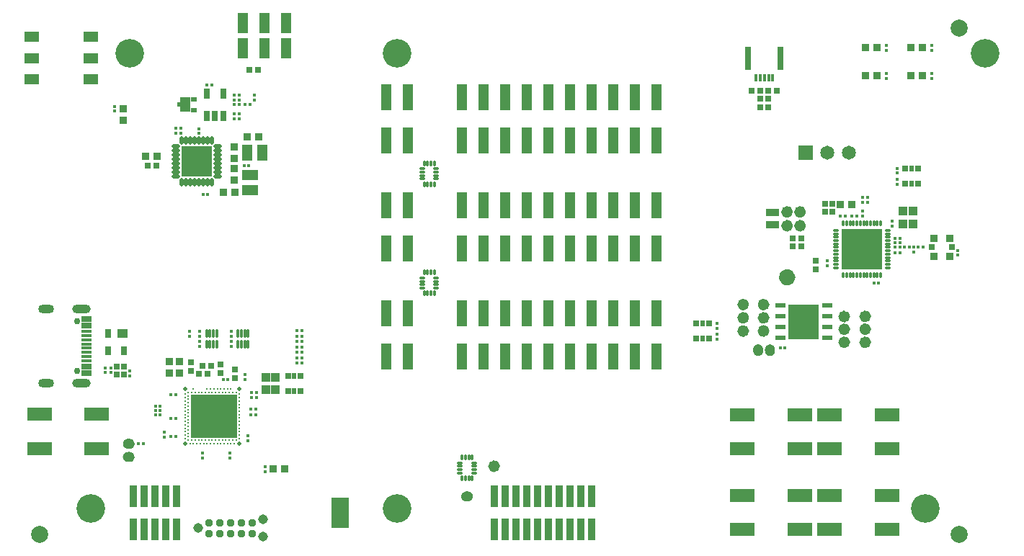
<source format=gts>
G04*
G04 #@! TF.GenerationSoftware,Altium Limited,Altium Designer,24.6.1 (21)*
G04*
G04 Layer_Color=8388736*
%FSLAX24Y24*%
%MOIN*%
G70*
G04*
G04 #@! TF.SameCoordinates,91F66E80-D4C5-4370-B577-81E2DE0E6F9A*
G04*
G04*
G04 #@! TF.FilePolarity,Negative*
G04*
G01*
G75*
%ADD70C,0.0240*%
%ADD71C,0.0551*%
%ADD72R,0.0472X0.0079*%
%ADD73R,0.0079X0.0472*%
%ADD74R,0.0166X0.0178*%
%ADD75R,0.0146X0.0157*%
%ADD76R,0.0395X0.0434*%
%ADD77R,0.0611X0.0355*%
%ADD78O,0.0178X0.0395*%
%ADD79O,0.0395X0.0178*%
%ADD80R,0.1438X0.1438*%
%ADD81R,0.0513X0.0237*%
%ADD82R,0.1399X0.1635*%
%ADD83O,0.0158X0.0395*%
%ADD84O,0.0287X0.0118*%
%ADD85O,0.0118X0.0287*%
%ADD86R,0.0296X0.0454*%
%ADD87C,0.0189*%
%ADD88C,0.0120*%
%ADD89R,0.2157X0.2000*%
%ADD90O,0.0295X0.0118*%
%ADD91O,0.0118X0.0295*%
%ADD92R,0.1910X0.1910*%
%ADD93R,0.0788X0.1418*%
%ADD94R,0.1143X0.0611*%
%ADD95R,0.0651X0.0454*%
%ADD96C,0.0139*%
%ADD97R,0.0178X0.0166*%
%ADD98R,0.0276X0.0256*%
%ADD99R,0.0256X0.0276*%
%ADD100R,0.0493X0.0690*%
%ADD101R,0.0257X0.0217*%
%ADD102R,0.0296X0.0296*%
%ADD103R,0.0217X0.0296*%
%ADD104R,0.0460X0.1190*%
%ADD105R,0.0359X0.1005*%
%ADD106R,0.0462X0.0922*%
%ADD107R,0.0360X0.0380*%
%ADD108R,0.0505X0.0777*%
%ADD109R,0.0777X0.0505*%
%ADD110R,0.0355X0.0375*%
%ADD111R,0.0296X0.1084*%
%ADD112R,0.0157X0.0354*%
%ADD113C,0.0370*%
%ADD114R,0.0375X0.0355*%
%ADD115R,0.0288X0.0257*%
%ADD116C,0.0787*%
%ADD117R,0.0257X0.0316*%
%ADD118R,0.0454X0.0395*%
%ADD119R,0.0296X0.0395*%
%ADD120R,0.0157X0.0146*%
%ADD121R,0.0375X0.0355*%
%ADD122R,0.0257X0.0296*%
%ADD123R,0.0296X0.0257*%
%ADD124R,0.0509X0.0296*%
%ADD125R,0.0509X0.0178*%
%ADD126R,0.0217X0.0217*%
%ADD127C,0.0651*%
%ADD128R,0.0651X0.0651*%
%ADD129C,0.0450*%
%ADD130C,0.0296*%
%ADD131O,0.0729X0.0414*%
%ADD132O,0.0847X0.0414*%
%ADD133C,0.1320*%
G36*
X4835Y4590D02*
X4836Y4590D01*
X4837Y4590D01*
X4837Y4590D01*
X4839Y4590D01*
X4841Y4590D01*
X4854Y4586D01*
X4856Y4586D01*
X4858Y4585D01*
X4858Y4585D01*
X4858Y4585D01*
X4860Y4584D01*
X4862Y4583D01*
X4862Y4583D01*
X4863Y4582D01*
X4864Y4581D01*
X4866Y4580D01*
X4876Y4572D01*
X4877Y4570D01*
X4879Y4569D01*
X4879Y4569D01*
X4879Y4568D01*
X4880Y4567D01*
X4882Y4565D01*
X4882Y4565D01*
X4882Y4564D01*
X4883Y4563D01*
X4884Y4561D01*
X4890Y4549D01*
X4890Y4547D01*
X4891Y4546D01*
X4891Y4545D01*
X4891Y4545D01*
X4892Y4543D01*
X4892Y4541D01*
X4892Y4541D01*
X4892Y4540D01*
X4892Y4538D01*
X4892Y4536D01*
X4892Y4530D01*
X4892Y4202D01*
X4892Y4202D01*
X4892Y4195D01*
X4892Y4193D01*
X4892Y4191D01*
X4892Y4191D01*
X4892Y4190D01*
X4892Y4188D01*
X4891Y4187D01*
X4891Y4186D01*
X4891Y4186D01*
X4890Y4184D01*
X4890Y4182D01*
X4884Y4170D01*
X4883Y4168D01*
X4882Y4167D01*
X4882Y4166D01*
X4882Y4166D01*
X4880Y4164D01*
X4879Y4163D01*
X4879Y4163D01*
X4879Y4162D01*
X4877Y4161D01*
X4876Y4160D01*
X4866Y4151D01*
X4864Y4150D01*
X4863Y4149D01*
X4862Y4149D01*
X4862Y4148D01*
X4860Y4147D01*
X4858Y4147D01*
X4858Y4146D01*
X4858Y4146D01*
X4856Y4146D01*
X4854Y4145D01*
X4841Y4142D01*
X4839Y4141D01*
X4837Y4141D01*
X4837Y4141D01*
X4836Y4141D01*
X4835Y4141D01*
X4833Y4141D01*
X4832Y4141D01*
X4832Y4141D01*
X4830Y4141D01*
X4828Y4141D01*
X4821Y4142D01*
X4821D01*
X4805Y4145D01*
X4804Y4146D01*
X4804Y4146D01*
X4802Y4146D01*
X4800Y4147D01*
X4800Y4147D01*
X4800Y4147D01*
X4767Y4159D01*
X4767Y4159D01*
X4767Y4159D01*
X4765Y4160D01*
X4763Y4161D01*
X4763Y4161D01*
X4763Y4161D01*
X4733Y4178D01*
X4733Y4178D01*
X4733Y4179D01*
X4731Y4180D01*
X4729Y4181D01*
X4729Y4181D01*
X4729Y4181D01*
X4703Y4203D01*
X4702Y4204D01*
X4702Y4204D01*
X4701Y4205D01*
X4699Y4207D01*
X4699Y4207D01*
X4699Y4207D01*
X4677Y4233D01*
X4677Y4234D01*
X4677Y4234D01*
X4675Y4236D01*
X4674Y4237D01*
X4674Y4238D01*
X4674Y4238D01*
X4657Y4267D01*
X4657Y4268D01*
X4657Y4268D01*
X4656Y4270D01*
X4655Y4272D01*
X4655Y4272D01*
X4655Y4272D01*
X4643Y4304D01*
X4643Y4305D01*
X4643Y4305D01*
X4642Y4307D01*
X4642Y4309D01*
X4642Y4309D01*
X4642Y4309D01*
X4636Y4343D01*
X4636Y4344D01*
X4636Y4344D01*
X4636Y4346D01*
X4635Y4348D01*
X4635Y4348D01*
X4635Y4348D01*
X4635Y4366D01*
X4635Y4383D01*
X4635Y4383D01*
X4635Y4383D01*
X4636Y4385D01*
X4636Y4387D01*
X4636Y4388D01*
X4636Y4388D01*
X4642Y4422D01*
X4642Y4422D01*
X4642Y4422D01*
X4642Y4424D01*
X4643Y4426D01*
X4643Y4426D01*
X4643Y4427D01*
X4655Y4459D01*
X4655Y4459D01*
X4655Y4459D01*
X4656Y4461D01*
X4657Y4463D01*
X4657Y4463D01*
X4657Y4464D01*
X4674Y4493D01*
X4674Y4494D01*
X4674Y4494D01*
X4675Y4496D01*
X4677Y4497D01*
X4677Y4498D01*
X4677Y4498D01*
X4699Y4524D01*
X4699Y4524D01*
X4699Y4524D01*
X4701Y4526D01*
X4702Y4527D01*
X4702Y4528D01*
X4703Y4528D01*
X4729Y4550D01*
X4729Y4550D01*
X4729Y4550D01*
X4731Y4551D01*
X4733Y4553D01*
X4733Y4553D01*
X4733Y4553D01*
X4763Y4570D01*
X4763Y4570D01*
X4763Y4570D01*
X4765Y4571D01*
X4767Y4572D01*
X4767Y4572D01*
X4767Y4572D01*
X4800Y4584D01*
X4800Y4584D01*
X4800Y4585D01*
X4802Y4585D01*
X4804Y4586D01*
X4804Y4586D01*
X4805Y4586D01*
X4821Y4589D01*
X4821Y4589D01*
X4828Y4590D01*
X4830Y4590D01*
X4832Y4590D01*
X4832Y4590D01*
X4833Y4591D01*
X4835Y4590D01*
D02*
G37*
G36*
Y5199D02*
X4836Y5199D01*
X4837Y5199D01*
X4837Y5199D01*
X4839Y5199D01*
X4841Y5198D01*
X4854Y5195D01*
X4856Y5194D01*
X4858Y5194D01*
X4858Y5194D01*
X4858Y5193D01*
X4860Y5193D01*
X4862Y5192D01*
X4862Y5191D01*
X4863Y5191D01*
X4864Y5190D01*
X4866Y5189D01*
X4876Y5180D01*
X4877Y5179D01*
X4879Y5178D01*
X4879Y5177D01*
X4879Y5177D01*
X4880Y5176D01*
X4882Y5174D01*
X4882Y5174D01*
X4882Y5173D01*
X4883Y5172D01*
X4884Y5170D01*
X4890Y5158D01*
X4890Y5156D01*
X4891Y5154D01*
X4891Y5154D01*
X4891Y5153D01*
X4892Y5152D01*
X4892Y5150D01*
X4892Y5149D01*
X4892Y5149D01*
X4892Y5147D01*
X4892Y5145D01*
X4892Y5138D01*
X4892Y4810D01*
X4892Y4810D01*
X4892Y4804D01*
X4892Y4802D01*
X4892Y4800D01*
X4892Y4799D01*
X4892Y4799D01*
X4892Y4797D01*
X4891Y4795D01*
X4891Y4795D01*
X4891Y4794D01*
X4890Y4793D01*
X4890Y4791D01*
X4884Y4779D01*
X4883Y4777D01*
X4882Y4776D01*
X4882Y4775D01*
X4882Y4775D01*
X4880Y4773D01*
X4879Y4772D01*
X4879Y4771D01*
X4879Y4771D01*
X4877Y4770D01*
X4876Y4768D01*
X4866Y4760D01*
X4864Y4759D01*
X4863Y4758D01*
X4862Y4757D01*
X4862Y4757D01*
X4860Y4756D01*
X4858Y4755D01*
X4858Y4755D01*
X4858Y4755D01*
X4856Y4755D01*
X4854Y4754D01*
X4841Y4750D01*
X4839Y4750D01*
X4837Y4750D01*
X4837Y4750D01*
X4836Y4750D01*
X4835Y4750D01*
X4833Y4749D01*
X4832Y4750D01*
X4832Y4750D01*
X4830Y4750D01*
X4828Y4750D01*
X4821Y4751D01*
X4821D01*
X4805Y4754D01*
X4804Y4754D01*
X4804Y4754D01*
X4802Y4755D01*
X4800Y4755D01*
X4800Y4756D01*
X4800Y4756D01*
X4767Y4768D01*
X4767Y4768D01*
X4767Y4768D01*
X4765Y4769D01*
X4763Y4770D01*
X4763Y4770D01*
X4763Y4770D01*
X4733Y4787D01*
X4733Y4787D01*
X4733Y4787D01*
X4731Y4789D01*
X4729Y4790D01*
X4729Y4790D01*
X4729Y4790D01*
X4703Y4812D01*
X4702Y4812D01*
X4702Y4813D01*
X4701Y4814D01*
X4699Y4816D01*
X4699Y4816D01*
X4699Y4816D01*
X4677Y4842D01*
X4677Y4843D01*
X4677Y4843D01*
X4675Y4844D01*
X4674Y4846D01*
X4674Y4846D01*
X4674Y4847D01*
X4657Y4876D01*
X4657Y4877D01*
X4657Y4877D01*
X4656Y4879D01*
X4655Y4881D01*
X4655Y4881D01*
X4655Y4881D01*
X4643Y4913D01*
X4643Y4914D01*
X4643Y4914D01*
X4642Y4916D01*
X4642Y4918D01*
X4642Y4918D01*
X4642Y4918D01*
X4636Y4952D01*
X4636Y4952D01*
X4636Y4953D01*
X4636Y4955D01*
X4635Y4957D01*
X4635Y4957D01*
X4635Y4957D01*
X4635Y4974D01*
X4635Y4992D01*
X4635Y4992D01*
X4635Y4992D01*
X4636Y4994D01*
X4636Y4996D01*
X4636Y4997D01*
X4636Y4997D01*
X4642Y5031D01*
X4642Y5031D01*
X4642Y5031D01*
X4642Y5033D01*
X4643Y5035D01*
X4643Y5035D01*
X4643Y5036D01*
X4655Y5068D01*
X4655Y5068D01*
X4655Y5068D01*
X4656Y5070D01*
X4657Y5072D01*
X4657Y5072D01*
X4657Y5073D01*
X4674Y5102D01*
X4674Y5102D01*
X4674Y5103D01*
X4675Y5104D01*
X4677Y5106D01*
X4677Y5106D01*
X4677Y5107D01*
X4699Y5133D01*
X4699Y5133D01*
X4699Y5133D01*
X4701Y5135D01*
X4702Y5136D01*
X4702Y5136D01*
X4703Y5137D01*
X4729Y5159D01*
X4729Y5159D01*
X4729Y5159D01*
X4731Y5160D01*
X4733Y5161D01*
X4733Y5162D01*
X4733Y5162D01*
X4763Y5179D01*
X4763Y5179D01*
X4763Y5179D01*
X4765Y5180D01*
X4767Y5181D01*
X4767Y5181D01*
X4767Y5181D01*
X4800Y5193D01*
X4800Y5193D01*
X4800Y5193D01*
X4802Y5194D01*
X4804Y5194D01*
X4804Y5194D01*
X4805Y5195D01*
X4821Y5198D01*
X4821Y5198D01*
X4828Y5199D01*
X4830Y5199D01*
X4832Y5199D01*
X4832Y5199D01*
X4833Y5199D01*
X4835Y5199D01*
D02*
G37*
G36*
X4971Y4590D02*
X4972Y4590D01*
X4974Y4590D01*
X4975Y4590D01*
X4982Y4589D01*
X4982D01*
X4999Y4586D01*
X4999Y4586D01*
X4999Y4586D01*
X5001Y4585D01*
X5003Y4585D01*
X5004Y4584D01*
X5004Y4584D01*
X5036Y4572D01*
X5036Y4572D01*
X5036Y4572D01*
X5038Y4571D01*
X5040Y4570D01*
X5041Y4570D01*
X5041Y4570D01*
X5070Y4553D01*
X5071Y4553D01*
X5071Y4553D01*
X5072Y4551D01*
X5074Y4550D01*
X5074Y4550D01*
X5075Y4550D01*
X5101Y4528D01*
X5101Y4528D01*
X5101Y4527D01*
X5103Y4526D01*
X5104Y4524D01*
X5104Y4524D01*
X5104Y4524D01*
X5126Y4498D01*
X5127Y4498D01*
X5127Y4497D01*
X5128Y4496D01*
X5129Y4494D01*
X5129Y4494D01*
X5129Y4493D01*
X5146Y4464D01*
X5147Y4463D01*
X5147Y4463D01*
X5148Y4461D01*
X5148Y4459D01*
X5149Y4459D01*
X5149Y4459D01*
X5160Y4427D01*
X5160Y4426D01*
X5160Y4426D01*
X5161Y4424D01*
X5162Y4422D01*
X5162Y4422D01*
X5162Y4422D01*
X5168Y4388D01*
X5168Y4388D01*
X5168Y4387D01*
X5168Y4385D01*
X5168Y4383D01*
X5168Y4383D01*
X5168Y4383D01*
X5168Y4366D01*
X5168Y4348D01*
X5168Y4348D01*
X5168Y4348D01*
X5168Y4346D01*
X5168Y4344D01*
X5168Y4344D01*
X5168Y4343D01*
X5162Y4309D01*
X5162Y4309D01*
X5162Y4309D01*
X5161Y4307D01*
X5160Y4305D01*
X5160Y4305D01*
X5160Y4304D01*
X5149Y4272D01*
X5149Y4272D01*
X5148Y4272D01*
X5148Y4270D01*
X5147Y4268D01*
X5147Y4268D01*
X5146Y4267D01*
X5129Y4238D01*
X5129Y4238D01*
X5129Y4237D01*
X5128Y4236D01*
X5127Y4234D01*
X5127Y4234D01*
X5126Y4233D01*
X5104Y4207D01*
X5104Y4207D01*
X5104Y4207D01*
X5103Y4205D01*
X5101Y4204D01*
X5101Y4204D01*
X5101Y4203D01*
X5075Y4181D01*
X5074Y4181D01*
X5074Y4181D01*
X5072Y4180D01*
X5071Y4179D01*
X5071Y4178D01*
X5070Y4178D01*
X5041Y4161D01*
X5041Y4161D01*
X5040Y4161D01*
X5038Y4160D01*
X5036Y4159D01*
X5036Y4159D01*
X5036Y4159D01*
X5004Y4147D01*
X5004Y4147D01*
X5003Y4147D01*
X5001Y4146D01*
X4999Y4146D01*
X4999Y4146D01*
X4999Y4145D01*
X4982Y4142D01*
X4982Y4142D01*
X4975Y4141D01*
X4974Y4141D01*
X4972Y4141D01*
X4971Y4141D01*
X4971Y4141D01*
X4969Y4141D01*
X4967Y4141D01*
X4966Y4141D01*
X4966Y4141D01*
X4964Y4141D01*
X4962Y4142D01*
X4949Y4145D01*
X4948Y4146D01*
X4946Y4146D01*
X4945Y4146D01*
X4945Y4147D01*
X4943Y4147D01*
X4942Y4148D01*
X4941Y4149D01*
X4941Y4149D01*
X4939Y4150D01*
X4938Y4151D01*
X4927Y4160D01*
X4926Y4161D01*
X4925Y4162D01*
X4924Y4163D01*
X4924Y4163D01*
X4923Y4164D01*
X4922Y4166D01*
X4922Y4166D01*
X4921Y4167D01*
X4920Y4168D01*
X4919Y4170D01*
X4914Y4182D01*
X4913Y4184D01*
X4912Y4186D01*
X4912Y4186D01*
X4912Y4187D01*
X4912Y4188D01*
X4911Y4190D01*
X4911Y4191D01*
X4911Y4191D01*
X4911Y4193D01*
X4911Y4195D01*
X4911Y4202D01*
X4911Y4530D01*
X4911Y4530D01*
X4911Y4536D01*
X4911Y4538D01*
X4911Y4540D01*
X4911Y4541D01*
X4911Y4541D01*
X4912Y4543D01*
X4912Y4545D01*
X4912Y4545D01*
X4912Y4546D01*
X4913Y4547D01*
X4914Y4549D01*
X4919Y4561D01*
X4920Y4563D01*
X4921Y4564D01*
X4922Y4565D01*
X4922Y4565D01*
X4923Y4567D01*
X4924Y4568D01*
X4924Y4569D01*
X4925Y4569D01*
X4926Y4570D01*
X4927Y4572D01*
X4938Y4580D01*
X4939Y4581D01*
X4941Y4582D01*
X4941Y4583D01*
X4942Y4583D01*
X4943Y4584D01*
X4945Y4585D01*
X4945Y4585D01*
X4946Y4585D01*
X4948Y4586D01*
X4949Y4586D01*
X4962Y4590D01*
X4964Y4590D01*
X4966Y4590D01*
X4966Y4590D01*
X4967Y4590D01*
X4969Y4590D01*
X4971Y4590D01*
X4971Y4590D01*
D02*
G37*
G36*
Y5199D02*
X4972Y5199D01*
X4974Y5199D01*
X4975Y5199D01*
X4982Y5198D01*
X4982D01*
X4999Y5195D01*
X4999Y5194D01*
X4999Y5194D01*
X5001Y5194D01*
X5003Y5193D01*
X5004Y5193D01*
X5004Y5193D01*
X5036Y5181D01*
X5036Y5181D01*
X5036Y5181D01*
X5038Y5180D01*
X5040Y5179D01*
X5041Y5179D01*
X5041Y5179D01*
X5070Y5162D01*
X5071Y5162D01*
X5071Y5161D01*
X5072Y5160D01*
X5074Y5159D01*
X5074Y5159D01*
X5075Y5159D01*
X5101Y5137D01*
X5101Y5136D01*
X5101Y5136D01*
X5103Y5135D01*
X5104Y5133D01*
X5104Y5133D01*
X5104Y5133D01*
X5126Y5107D01*
X5127Y5106D01*
X5127Y5106D01*
X5128Y5104D01*
X5129Y5103D01*
X5129Y5102D01*
X5129Y5102D01*
X5146Y5073D01*
X5147Y5072D01*
X5147Y5072D01*
X5148Y5070D01*
X5148Y5068D01*
X5149Y5068D01*
X5149Y5068D01*
X5160Y5036D01*
X5160Y5035D01*
X5160Y5035D01*
X5161Y5033D01*
X5162Y5031D01*
X5162Y5031D01*
X5162Y5031D01*
X5168Y4997D01*
X5168Y4997D01*
X5168Y4996D01*
X5168Y4994D01*
X5168Y4992D01*
X5168Y4992D01*
X5168Y4992D01*
X5168Y4974D01*
X5168Y4957D01*
X5168Y4957D01*
X5168Y4957D01*
X5168Y4955D01*
X5168Y4953D01*
X5168Y4952D01*
X5168Y4952D01*
X5162Y4918D01*
X5162Y4918D01*
X5162Y4918D01*
X5161Y4916D01*
X5160Y4914D01*
X5160Y4914D01*
X5160Y4913D01*
X5149Y4881D01*
X5149Y4881D01*
X5148Y4881D01*
X5148Y4879D01*
X5147Y4877D01*
X5147Y4877D01*
X5146Y4876D01*
X5129Y4847D01*
X5129Y4846D01*
X5129Y4846D01*
X5128Y4844D01*
X5127Y4843D01*
X5127Y4842D01*
X5126Y4842D01*
X5104Y4816D01*
X5104Y4816D01*
X5104Y4816D01*
X5103Y4814D01*
X5101Y4813D01*
X5101Y4812D01*
X5101Y4812D01*
X5075Y4790D01*
X5074Y4790D01*
X5074Y4790D01*
X5072Y4789D01*
X5071Y4787D01*
X5071Y4787D01*
X5070Y4787D01*
X5041Y4770D01*
X5041Y4770D01*
X5040Y4770D01*
X5038Y4769D01*
X5036Y4768D01*
X5036Y4768D01*
X5036Y4768D01*
X5004Y4756D01*
X5004Y4756D01*
X5003Y4755D01*
X5001Y4755D01*
X4999Y4754D01*
X4999Y4754D01*
X4999Y4754D01*
X4982Y4751D01*
X4982Y4751D01*
X4975Y4750D01*
X4974Y4750D01*
X4972Y4750D01*
X4971Y4750D01*
X4971Y4749D01*
X4969Y4750D01*
X4967Y4750D01*
X4966Y4750D01*
X4966Y4750D01*
X4964Y4750D01*
X4962Y4750D01*
X4949Y4754D01*
X4948Y4754D01*
X4946Y4755D01*
X4945Y4755D01*
X4945Y4755D01*
X4943Y4756D01*
X4942Y4757D01*
X4941Y4757D01*
X4941Y4758D01*
X4939Y4759D01*
X4938Y4760D01*
X4927Y4768D01*
X4926Y4770D01*
X4925Y4771D01*
X4924Y4771D01*
X4924Y4772D01*
X4923Y4773D01*
X4922Y4775D01*
X4922Y4775D01*
X4921Y4776D01*
X4920Y4777D01*
X4919Y4779D01*
X4914Y4791D01*
X4913Y4793D01*
X4912Y4794D01*
X4912Y4795D01*
X4912Y4795D01*
X4912Y4797D01*
X4911Y4799D01*
X4911Y4799D01*
X4911Y4800D01*
X4911Y4802D01*
X4911Y4804D01*
X4911Y4810D01*
X4911Y5138D01*
X4911Y5138D01*
X4911Y5145D01*
X4911Y5147D01*
X4911Y5149D01*
X4911Y5149D01*
X4911Y5150D01*
X4912Y5152D01*
X4912Y5153D01*
X4912Y5154D01*
X4912Y5154D01*
X4913Y5156D01*
X4914Y5158D01*
X4919Y5170D01*
X4920Y5172D01*
X4921Y5173D01*
X4922Y5174D01*
X4922Y5174D01*
X4923Y5176D01*
X4924Y5177D01*
X4924Y5177D01*
X4925Y5178D01*
X4926Y5179D01*
X4927Y5180D01*
X4938Y5189D01*
X4939Y5190D01*
X4941Y5191D01*
X4941Y5191D01*
X4942Y5192D01*
X4943Y5193D01*
X4945Y5193D01*
X4945Y5194D01*
X4946Y5194D01*
X4948Y5194D01*
X4949Y5195D01*
X4962Y5198D01*
X4964Y5199D01*
X4966Y5199D01*
X4966Y5199D01*
X4967Y5199D01*
X4969Y5199D01*
X4971Y5199D01*
X4971Y5199D01*
D02*
G37*
G36*
X20486Y2764D02*
X20488Y2764D01*
X20488Y2764D01*
X20489Y2764D01*
X20491Y2764D01*
X20493Y2763D01*
X20505Y2760D01*
X20507Y2759D01*
X20509Y2759D01*
X20509Y2759D01*
X20510Y2758D01*
X20512Y2757D01*
X20513Y2757D01*
X20514Y2756D01*
X20514Y2756D01*
X20516Y2755D01*
X20517Y2754D01*
X20527Y2745D01*
X20529Y2744D01*
X20530Y2743D01*
X20530Y2742D01*
X20531Y2742D01*
X20532Y2741D01*
X20533Y2739D01*
X20533Y2739D01*
X20534Y2738D01*
X20534Y2737D01*
X20535Y2735D01*
X20541Y2723D01*
X20542Y2721D01*
X20542Y2719D01*
X20543Y2719D01*
X20543Y2718D01*
X20543Y2717D01*
X20544Y2715D01*
X20544Y2714D01*
X20544Y2714D01*
X20544Y2712D01*
X20544Y2710D01*
X20544Y2703D01*
X20544Y2375D01*
X20544Y2375D01*
X20544Y2369D01*
X20544Y2367D01*
X20544Y2365D01*
X20544Y2364D01*
X20544Y2364D01*
X20543Y2362D01*
X20543Y2360D01*
X20543Y2360D01*
X20542Y2359D01*
X20542Y2358D01*
X20541Y2356D01*
X20535Y2344D01*
X20534Y2342D01*
X20534Y2340D01*
X20533Y2340D01*
X20533Y2340D01*
X20532Y2338D01*
X20531Y2337D01*
X20530Y2336D01*
X20530Y2336D01*
X20529Y2335D01*
X20527Y2333D01*
X20517Y2325D01*
X20516Y2324D01*
X20514Y2323D01*
X20514Y2322D01*
X20513Y2322D01*
X20512Y2321D01*
X20510Y2320D01*
X20509Y2320D01*
X20509Y2320D01*
X20507Y2319D01*
X20505Y2319D01*
X20493Y2315D01*
X20491Y2315D01*
X20489Y2315D01*
X20488Y2315D01*
X20488Y2315D01*
X20486Y2315D01*
X20484Y2314D01*
X20484Y2315D01*
X20483Y2315D01*
X20481Y2315D01*
X20479Y2315D01*
X20473Y2316D01*
X20473D01*
X20456Y2319D01*
X20456Y2319D01*
X20456Y2319D01*
X20454Y2320D01*
X20451Y2320D01*
X20451Y2321D01*
X20451Y2321D01*
X20419Y2333D01*
X20419Y2333D01*
X20418Y2333D01*
X20416Y2334D01*
X20415Y2335D01*
X20414Y2335D01*
X20414Y2335D01*
X20385Y2352D01*
X20384Y2352D01*
X20384Y2352D01*
X20382Y2354D01*
X20381Y2355D01*
X20380Y2355D01*
X20380Y2355D01*
X20354Y2377D01*
X20354Y2377D01*
X20354Y2378D01*
X20352Y2379D01*
X20351Y2381D01*
X20351Y2381D01*
X20350Y2381D01*
X20329Y2407D01*
X20328Y2407D01*
X20328Y2408D01*
X20327Y2409D01*
X20326Y2411D01*
X20326Y2411D01*
X20326Y2412D01*
X20308Y2441D01*
X20308Y2441D01*
X20308Y2442D01*
X20307Y2444D01*
X20306Y2446D01*
X20306Y2446D01*
X20306Y2446D01*
X20295Y2478D01*
X20295Y2478D01*
X20294Y2479D01*
X20294Y2481D01*
X20293Y2483D01*
X20293Y2483D01*
X20293Y2483D01*
X20287Y2517D01*
X20287Y2517D01*
X20287Y2518D01*
X20287Y2520D01*
X20287Y2522D01*
X20287Y2522D01*
X20287Y2522D01*
X20287Y2539D01*
X20287Y2557D01*
X20287Y2557D01*
X20287Y2557D01*
X20287Y2559D01*
X20287Y2561D01*
X20287Y2561D01*
X20287Y2562D01*
X20293Y2595D01*
X20293Y2596D01*
X20293Y2596D01*
X20294Y2598D01*
X20294Y2600D01*
X20295Y2600D01*
X20295Y2601D01*
X20306Y2633D01*
X20306Y2633D01*
X20306Y2633D01*
X20307Y2635D01*
X20308Y2637D01*
X20308Y2637D01*
X20308Y2637D01*
X20326Y2667D01*
X20326Y2667D01*
X20326Y2668D01*
X20327Y2669D01*
X20328Y2671D01*
X20328Y2671D01*
X20329Y2671D01*
X20350Y2698D01*
X20351Y2698D01*
X20351Y2698D01*
X20352Y2700D01*
X20354Y2701D01*
X20354Y2701D01*
X20354Y2702D01*
X20380Y2724D01*
X20380Y2724D01*
X20381Y2724D01*
X20382Y2725D01*
X20384Y2726D01*
X20384Y2727D01*
X20385Y2727D01*
X20414Y2744D01*
X20414Y2744D01*
X20415Y2744D01*
X20416Y2745D01*
X20418Y2746D01*
X20419Y2746D01*
X20419Y2746D01*
X20451Y2758D01*
X20451Y2758D01*
X20451Y2758D01*
X20454Y2759D01*
X20456Y2759D01*
X20456Y2759D01*
X20456Y2760D01*
X20473Y2763D01*
X20473Y2763D01*
X20479Y2764D01*
X20481Y2764D01*
X20483Y2764D01*
X20484Y2764D01*
X20484Y2764D01*
X20486Y2764D01*
D02*
G37*
G36*
X20623Y2764D02*
X20623Y2764D01*
X20625Y2764D01*
X20627Y2764D01*
X20633Y2763D01*
X20633D01*
X20650Y2760D01*
X20651Y2759D01*
X20651Y2759D01*
X20653Y2759D01*
X20655Y2758D01*
X20655Y2758D01*
X20655Y2758D01*
X20688Y2746D01*
X20688Y2746D01*
X20688Y2746D01*
X20690Y2745D01*
X20692Y2744D01*
X20692Y2744D01*
X20692Y2744D01*
X20722Y2727D01*
X20722Y2727D01*
X20722Y2726D01*
X20724Y2725D01*
X20726Y2724D01*
X20726Y2724D01*
X20726Y2724D01*
X20752Y2702D01*
X20752Y2701D01*
X20753Y2701D01*
X20754Y2700D01*
X20756Y2698D01*
X20756Y2698D01*
X20756Y2698D01*
X20778Y2671D01*
X20778Y2671D01*
X20778Y2671D01*
X20779Y2669D01*
X20781Y2668D01*
X20781Y2667D01*
X20781Y2667D01*
X20798Y2637D01*
X20798Y2637D01*
X20798Y2637D01*
X20799Y2635D01*
X20800Y2633D01*
X20800Y2633D01*
X20800Y2633D01*
X20812Y2601D01*
X20812Y2600D01*
X20812Y2600D01*
X20812Y2598D01*
X20813Y2596D01*
X20813Y2596D01*
X20813Y2595D01*
X20819Y2562D01*
X20819Y2561D01*
X20819Y2561D01*
X20819Y2559D01*
X20819Y2557D01*
X20819Y2557D01*
X20819Y2557D01*
X20819Y2539D01*
X20819Y2522D01*
X20819Y2522D01*
X20819Y2522D01*
X20819Y2520D01*
X20819Y2518D01*
X20819Y2517D01*
X20819Y2517D01*
X20813Y2483D01*
X20813Y2483D01*
X20813Y2483D01*
X20812Y2481D01*
X20812Y2479D01*
X20812Y2478D01*
X20812Y2478D01*
X20800Y2446D01*
X20800Y2446D01*
X20800Y2446D01*
X20799Y2444D01*
X20798Y2442D01*
X20798Y2441D01*
X20798Y2441D01*
X20781Y2412D01*
X20781Y2411D01*
X20781Y2411D01*
X20779Y2409D01*
X20778Y2408D01*
X20778Y2407D01*
X20778Y2407D01*
X20756Y2381D01*
X20756Y2381D01*
X20756Y2381D01*
X20754Y2379D01*
X20753Y2378D01*
X20752Y2377D01*
X20752Y2377D01*
X20726Y2355D01*
X20726Y2355D01*
X20726Y2355D01*
X20724Y2354D01*
X20722Y2352D01*
X20722Y2352D01*
X20722Y2352D01*
X20692Y2335D01*
X20692Y2335D01*
X20692Y2335D01*
X20690Y2334D01*
X20688Y2333D01*
X20688Y2333D01*
X20688Y2333D01*
X20655Y2321D01*
X20655Y2321D01*
X20655Y2320D01*
X20653Y2320D01*
X20651Y2319D01*
X20651Y2319D01*
X20650Y2319D01*
X20633Y2316D01*
X20633Y2316D01*
X20627Y2315D01*
X20625Y2315D01*
X20623Y2315D01*
X20623Y2315D01*
X20622Y2314D01*
X20620Y2315D01*
X20618Y2315D01*
X20618Y2315D01*
X20617Y2315D01*
X20616Y2315D01*
X20614Y2315D01*
X20601Y2319D01*
X20599Y2319D01*
X20597Y2320D01*
X20597Y2320D01*
X20596Y2320D01*
X20595Y2321D01*
X20593Y2322D01*
X20593Y2322D01*
X20592Y2323D01*
X20591Y2324D01*
X20589Y2325D01*
X20579Y2333D01*
X20578Y2335D01*
X20576Y2336D01*
X20576Y2336D01*
X20576Y2337D01*
X20574Y2338D01*
X20573Y2340D01*
X20573Y2340D01*
X20573Y2340D01*
X20572Y2342D01*
X20571Y2344D01*
X20565Y2356D01*
X20565Y2358D01*
X20564Y2359D01*
X20564Y2360D01*
X20564Y2360D01*
X20563Y2362D01*
X20563Y2364D01*
X20563Y2364D01*
X20563Y2365D01*
X20563Y2367D01*
X20562Y2369D01*
X20562Y2375D01*
X20562Y2703D01*
X20562Y2703D01*
X20562Y2710D01*
X20563Y2712D01*
X20563Y2714D01*
X20563Y2714D01*
X20563Y2715D01*
X20563Y2717D01*
X20564Y2718D01*
X20564Y2719D01*
X20564Y2719D01*
X20565Y2721D01*
X20565Y2723D01*
X20571Y2735D01*
X20572Y2737D01*
X20573Y2738D01*
X20573Y2739D01*
X20573Y2739D01*
X20574Y2741D01*
X20576Y2742D01*
X20576Y2742D01*
X20576Y2743D01*
X20578Y2744D01*
X20579Y2745D01*
X20589Y2754D01*
X20591Y2755D01*
X20592Y2756D01*
X20593Y2756D01*
X20593Y2757D01*
X20595Y2757D01*
X20596Y2758D01*
X20597Y2759D01*
X20597Y2759D01*
X20599Y2759D01*
X20601Y2760D01*
X20614Y2763D01*
X20616Y2764D01*
X20617Y2764D01*
X20618Y2764D01*
X20618Y2764D01*
X20620Y2764D01*
X20622Y2764D01*
X20623Y2764D01*
D02*
G37*
G36*
X34182Y9301D02*
X34188Y9301D01*
X34190Y9301D01*
X34192Y9301D01*
X34192Y9300D01*
X34193Y9300D01*
X34195Y9300D01*
X34197Y9300D01*
X34197Y9299D01*
X34198Y9299D01*
X34199Y9299D01*
X34201Y9298D01*
X34213Y9292D01*
X34215Y9291D01*
X34216Y9291D01*
X34217Y9290D01*
X34217Y9290D01*
X34219Y9289D01*
X34220Y9288D01*
X34221Y9287D01*
X34221Y9287D01*
X34222Y9286D01*
X34224Y9284D01*
X34232Y9274D01*
X34233Y9272D01*
X34234Y9271D01*
X34235Y9271D01*
X34235Y9270D01*
X34236Y9268D01*
X34237Y9267D01*
X34237Y9266D01*
X34237Y9266D01*
X34237Y9264D01*
X34238Y9262D01*
X34241Y9249D01*
X34242Y9248D01*
X34242Y9246D01*
X34242Y9245D01*
X34242Y9245D01*
X34242Y9243D01*
X34242Y9241D01*
X34242Y9241D01*
X34242Y9240D01*
X34242Y9238D01*
X34242Y9236D01*
X34241Y9230D01*
Y9230D01*
X34238Y9213D01*
X34238Y9213D01*
X34238Y9212D01*
X34237Y9210D01*
X34236Y9208D01*
X34236Y9208D01*
X34236Y9208D01*
X34224Y9176D01*
X34224Y9176D01*
X34224Y9175D01*
X34223Y9173D01*
X34222Y9171D01*
X34222Y9171D01*
X34222Y9171D01*
X34205Y9141D01*
X34205Y9141D01*
X34205Y9141D01*
X34203Y9139D01*
X34202Y9138D01*
X34202Y9137D01*
X34202Y9137D01*
X34180Y9111D01*
X34180Y9111D01*
X34179Y9111D01*
X34178Y9109D01*
X34176Y9108D01*
X34176Y9108D01*
X34176Y9107D01*
X34150Y9085D01*
X34149Y9085D01*
X34149Y9085D01*
X34148Y9084D01*
X34146Y9083D01*
X34146Y9083D01*
X34145Y9082D01*
X34116Y9065D01*
X34115Y9065D01*
X34115Y9065D01*
X34113Y9064D01*
X34111Y9063D01*
X34111Y9063D01*
X34111Y9063D01*
X34079Y9051D01*
X34078Y9051D01*
X34078Y9051D01*
X34076Y9051D01*
X34074Y9050D01*
X34074Y9050D01*
X34074Y9050D01*
X34040Y9044D01*
X34040Y9044D01*
X34039Y9044D01*
X34037Y9044D01*
X34035Y9044D01*
X34035Y9044D01*
X34035Y9044D01*
X34018Y9044D01*
X34000Y9044D01*
X34000Y9044D01*
X34000Y9044D01*
X33998Y9044D01*
X33996Y9044D01*
X33995Y9044D01*
X33995Y9044D01*
X33961Y9050D01*
X33961Y9050D01*
X33961Y9050D01*
X33959Y9051D01*
X33957Y9051D01*
X33957Y9051D01*
X33956Y9051D01*
X33924Y9063D01*
X33924Y9063D01*
X33924Y9063D01*
X33922Y9064D01*
X33920Y9065D01*
X33920Y9065D01*
X33919Y9065D01*
X33890Y9082D01*
X33890Y9083D01*
X33889Y9083D01*
X33888Y9084D01*
X33886Y9085D01*
X33886Y9085D01*
X33885Y9085D01*
X33859Y9107D01*
X33859Y9108D01*
X33859Y9108D01*
X33857Y9109D01*
X33856Y9111D01*
X33856Y9111D01*
X33855Y9111D01*
X33833Y9137D01*
X33833Y9137D01*
X33833Y9138D01*
X33832Y9139D01*
X33830Y9141D01*
X33830Y9141D01*
X33830Y9141D01*
X33813Y9171D01*
X33813Y9171D01*
X33813Y9171D01*
X33812Y9173D01*
X33811Y9175D01*
X33811Y9176D01*
X33811Y9176D01*
X33799Y9208D01*
X33799Y9208D01*
X33799Y9208D01*
X33798Y9210D01*
X33798Y9212D01*
X33797Y9213D01*
X33797Y9213D01*
X33794Y9230D01*
X33794Y9230D01*
X33793Y9236D01*
X33793Y9238D01*
X33793Y9240D01*
X33793Y9241D01*
X33793Y9241D01*
X33793Y9243D01*
X33793Y9245D01*
X33793Y9245D01*
X33793Y9246D01*
X33793Y9248D01*
X33794Y9249D01*
X33797Y9262D01*
X33798Y9264D01*
X33798Y9266D01*
X33798Y9266D01*
X33799Y9267D01*
X33799Y9268D01*
X33800Y9270D01*
X33801Y9271D01*
X33801Y9271D01*
X33802Y9272D01*
X33803Y9274D01*
X33812Y9284D01*
X33813Y9286D01*
X33814Y9287D01*
X33814Y9287D01*
X33815Y9288D01*
X33816Y9289D01*
X33818Y9290D01*
X33818Y9290D01*
X33819Y9291D01*
X33820Y9291D01*
X33822Y9292D01*
X33834Y9298D01*
X33836Y9299D01*
X33837Y9299D01*
X33838Y9299D01*
X33838Y9300D01*
X33840Y9300D01*
X33842Y9300D01*
X33843Y9300D01*
X33843Y9301D01*
X33845Y9301D01*
X33847Y9301D01*
X33853Y9301D01*
X34182Y9301D01*
X34182Y9301D01*
D02*
G37*
G36*
X34035Y9576D02*
X34035Y9576D01*
X34037Y9576D01*
X34039Y9576D01*
X34040Y9576D01*
X34040Y9576D01*
X34074Y9570D01*
X34074Y9570D01*
X34074Y9570D01*
X34076Y9569D01*
X34078Y9569D01*
X34078Y9569D01*
X34079Y9569D01*
X34111Y9557D01*
X34111Y9557D01*
X34111Y9557D01*
X34113Y9556D01*
X34115Y9555D01*
X34115Y9555D01*
X34116Y9555D01*
X34145Y9538D01*
X34146Y9538D01*
X34146Y9538D01*
X34148Y9536D01*
X34149Y9535D01*
X34149Y9535D01*
X34150Y9535D01*
X34176Y9513D01*
X34176Y9513D01*
X34176Y9513D01*
X34178Y9511D01*
X34179Y9510D01*
X34180Y9509D01*
X34180Y9509D01*
X34202Y9483D01*
X34202Y9483D01*
X34202Y9483D01*
X34203Y9481D01*
X34205Y9479D01*
X34205Y9479D01*
X34205Y9479D01*
X34222Y9449D01*
X34222Y9449D01*
X34222Y9449D01*
X34223Y9447D01*
X34224Y9445D01*
X34224Y9445D01*
X34224Y9444D01*
X34236Y9412D01*
X34236Y9412D01*
X34236Y9412D01*
X34237Y9410D01*
X34238Y9408D01*
X34238Y9407D01*
X34238Y9407D01*
X34241Y9390D01*
X34241Y9390D01*
X34242Y9384D01*
X34242Y9382D01*
X34242Y9380D01*
X34242Y9380D01*
X34242Y9379D01*
X34242Y9377D01*
X34242Y9375D01*
X34242Y9375D01*
X34242Y9374D01*
X34242Y9373D01*
X34241Y9371D01*
X34238Y9358D01*
X34237Y9356D01*
X34237Y9354D01*
X34237Y9354D01*
X34237Y9353D01*
X34236Y9352D01*
X34235Y9350D01*
X34235Y9350D01*
X34234Y9349D01*
X34233Y9348D01*
X34232Y9346D01*
X34224Y9336D01*
X34222Y9335D01*
X34221Y9333D01*
X34221Y9333D01*
X34220Y9332D01*
X34219Y9331D01*
X34217Y9330D01*
X34217Y9330D01*
X34216Y9330D01*
X34215Y9329D01*
X34213Y9328D01*
X34201Y9322D01*
X34199Y9322D01*
X34198Y9321D01*
X34197Y9321D01*
X34197Y9321D01*
X34195Y9320D01*
X34193Y9320D01*
X34192Y9320D01*
X34192Y9320D01*
X34190Y9320D01*
X34188Y9319D01*
X34182Y9319D01*
X33853Y9319D01*
X33853Y9319D01*
X33847Y9319D01*
X33845Y9320D01*
X33843Y9320D01*
X33843Y9320D01*
X33842Y9320D01*
X33840Y9320D01*
X33838Y9321D01*
X33838Y9321D01*
X33838Y9321D01*
X33836Y9322D01*
X33834Y9322D01*
X33822Y9328D01*
X33820Y9329D01*
X33819Y9330D01*
X33818Y9330D01*
X33818Y9330D01*
X33816Y9331D01*
X33815Y9332D01*
X33814Y9333D01*
X33814Y9333D01*
X33813Y9335D01*
X33812Y9336D01*
X33803Y9346D01*
X33802Y9348D01*
X33801Y9349D01*
X33801Y9350D01*
X33800Y9350D01*
X33799Y9352D01*
X33799Y9353D01*
X33798Y9354D01*
X33798Y9354D01*
X33798Y9356D01*
X33797Y9358D01*
X33794Y9371D01*
X33793Y9373D01*
X33793Y9374D01*
X33793Y9375D01*
X33793Y9375D01*
X33793Y9377D01*
X33793Y9379D01*
X33793Y9380D01*
X33793Y9380D01*
X33793Y9382D01*
X33793Y9384D01*
X33794Y9390D01*
Y9390D01*
X33797Y9407D01*
X33797Y9407D01*
X33798Y9408D01*
X33798Y9410D01*
X33799Y9412D01*
X33799Y9412D01*
X33799Y9412D01*
X33811Y9444D01*
X33811Y9445D01*
X33811Y9445D01*
X33812Y9447D01*
X33813Y9449D01*
X33813Y9449D01*
X33813Y9449D01*
X33830Y9479D01*
X33830Y9479D01*
X33830Y9479D01*
X33832Y9481D01*
X33833Y9483D01*
X33833Y9483D01*
X33833Y9483D01*
X33855Y9509D01*
X33856Y9509D01*
X33856Y9510D01*
X33857Y9511D01*
X33859Y9513D01*
X33859Y9513D01*
X33859Y9513D01*
X33885Y9535D01*
X33886Y9535D01*
X33886Y9535D01*
X33888Y9536D01*
X33889Y9538D01*
X33890Y9538D01*
X33890Y9538D01*
X33919Y9555D01*
X33920Y9555D01*
X33920Y9555D01*
X33922Y9556D01*
X33924Y9557D01*
X33924Y9557D01*
X33924Y9557D01*
X33956Y9569D01*
X33957Y9569D01*
X33957Y9569D01*
X33959Y9569D01*
X33961Y9570D01*
X33961Y9570D01*
X33961Y9570D01*
X33995Y9576D01*
X33995Y9576D01*
X33996Y9576D01*
X33998Y9576D01*
X34000Y9576D01*
X34000Y9576D01*
X34000Y9576D01*
X34018Y9576D01*
X34035Y9576D01*
X34035Y9576D01*
D02*
G37*
G36*
X34728Y9297D02*
X34735Y9297D01*
X34737Y9297D01*
X34739Y9297D01*
X34739Y9297D01*
X34740Y9297D01*
X34742Y9296D01*
X34743Y9296D01*
X34744Y9296D01*
X34744Y9296D01*
X34746Y9295D01*
X34748Y9294D01*
X34760Y9289D01*
X34762Y9288D01*
X34763Y9287D01*
X34764Y9287D01*
X34764Y9286D01*
X34765Y9285D01*
X34767Y9284D01*
X34767Y9284D01*
X34768Y9283D01*
X34769Y9282D01*
X34770Y9281D01*
X34779Y9270D01*
X34780Y9269D01*
X34781Y9267D01*
X34781Y9267D01*
X34782Y9267D01*
X34782Y9265D01*
X34783Y9263D01*
X34783Y9263D01*
X34784Y9262D01*
X34784Y9261D01*
X34785Y9259D01*
X34788Y9246D01*
X34789Y9244D01*
X34789Y9242D01*
X34789Y9242D01*
X34789Y9241D01*
X34789Y9239D01*
X34789Y9237D01*
X34789Y9237D01*
X34789Y9236D01*
X34789Y9235D01*
X34789Y9233D01*
X34787Y9226D01*
Y9226D01*
X34784Y9209D01*
X34784Y9209D01*
X34784Y9209D01*
X34784Y9207D01*
X34783Y9205D01*
X34783Y9204D01*
X34783Y9204D01*
X34771Y9172D01*
X34771Y9172D01*
X34771Y9172D01*
X34770Y9170D01*
X34769Y9168D01*
X34769Y9168D01*
X34769Y9167D01*
X34752Y9138D01*
X34751Y9138D01*
X34751Y9137D01*
X34750Y9136D01*
X34749Y9134D01*
X34749Y9134D01*
X34749Y9134D01*
X34726Y9107D01*
X34726Y9107D01*
X34726Y9107D01*
X34725Y9106D01*
X34723Y9104D01*
X34723Y9104D01*
X34723Y9104D01*
X34696Y9082D01*
X34696Y9082D01*
X34696Y9081D01*
X34694Y9080D01*
X34693Y9079D01*
X34692Y9079D01*
X34692Y9079D01*
X34662Y9062D01*
X34662Y9062D01*
X34662Y9061D01*
X34660Y9061D01*
X34658Y9060D01*
X34658Y9060D01*
X34658Y9060D01*
X34625Y9048D01*
X34625Y9048D01*
X34625Y9048D01*
X34623Y9047D01*
X34621Y9047D01*
X34621Y9047D01*
X34620Y9046D01*
X34587Y9041D01*
X34586Y9041D01*
X34586Y9040D01*
X34584Y9040D01*
X34582Y9040D01*
X34582Y9040D01*
X34581Y9040D01*
X34564Y9040D01*
X34547Y9040D01*
X34547Y9040D01*
X34547Y9040D01*
X34545Y9040D01*
X34542Y9040D01*
X34542Y9041D01*
X34542Y9041D01*
X34508Y9046D01*
X34508Y9047D01*
X34508Y9047D01*
X34506Y9047D01*
X34504Y9048D01*
X34503Y9048D01*
X34503Y9048D01*
X34471Y9060D01*
X34471Y9060D01*
X34470Y9060D01*
X34469Y9061D01*
X34467Y9061D01*
X34466Y9062D01*
X34466Y9062D01*
X34436Y9079D01*
X34436Y9079D01*
X34436Y9079D01*
X34434Y9080D01*
X34433Y9081D01*
X34432Y9082D01*
X34432Y9082D01*
X34406Y9104D01*
X34406Y9104D01*
X34405Y9104D01*
X34404Y9106D01*
X34402Y9107D01*
X34402Y9107D01*
X34402Y9107D01*
X34380Y9134D01*
X34380Y9134D01*
X34380Y9134D01*
X34378Y9136D01*
X34377Y9137D01*
X34377Y9138D01*
X34377Y9138D01*
X34360Y9167D01*
X34360Y9168D01*
X34359Y9168D01*
X34359Y9170D01*
X34358Y9172D01*
X34358Y9172D01*
X34357Y9172D01*
X34346Y9204D01*
X34345Y9204D01*
X34345Y9205D01*
X34345Y9207D01*
X34344Y9209D01*
X34344Y9209D01*
X34344Y9209D01*
X34341Y9226D01*
X34341Y9226D01*
X34340Y9233D01*
X34340Y9235D01*
X34339Y9236D01*
X34339Y9237D01*
X34339Y9237D01*
X34339Y9239D01*
X34339Y9241D01*
X34340Y9242D01*
X34340Y9242D01*
X34340Y9244D01*
X34340Y9246D01*
X34344Y9259D01*
X34344Y9261D01*
X34345Y9262D01*
X34345Y9263D01*
X34345Y9263D01*
X34346Y9265D01*
X34347Y9267D01*
X34347Y9267D01*
X34348Y9267D01*
X34349Y9269D01*
X34350Y9270D01*
X34358Y9281D01*
X34360Y9282D01*
X34361Y9283D01*
X34361Y9284D01*
X34362Y9284D01*
X34363Y9285D01*
X34365Y9286D01*
X34365Y9287D01*
X34365Y9287D01*
X34367Y9288D01*
X34369Y9289D01*
X34381Y9294D01*
X34383Y9295D01*
X34384Y9296D01*
X34385Y9296D01*
X34385Y9296D01*
X34387Y9296D01*
X34389Y9297D01*
X34389Y9297D01*
X34390Y9297D01*
X34392Y9297D01*
X34394Y9297D01*
X34400Y9297D01*
X34728Y9297D01*
X34728Y9297D01*
D02*
G37*
G36*
X34582Y9573D02*
X34582Y9573D01*
X34584Y9573D01*
X34586Y9572D01*
X34586Y9572D01*
X34587Y9572D01*
X34620Y9566D01*
X34621Y9566D01*
X34621Y9566D01*
X34623Y9566D01*
X34625Y9565D01*
X34625Y9565D01*
X34625Y9565D01*
X34658Y9553D01*
X34658Y9553D01*
X34658Y9553D01*
X34660Y9552D01*
X34662Y9551D01*
X34662Y9551D01*
X34662Y9551D01*
X34692Y9534D01*
X34692Y9534D01*
X34693Y9534D01*
X34694Y9533D01*
X34696Y9531D01*
X34696Y9531D01*
X34696Y9531D01*
X34723Y9509D01*
X34723Y9509D01*
X34723Y9509D01*
X34725Y9507D01*
X34726Y9506D01*
X34726Y9506D01*
X34726Y9506D01*
X34749Y9479D01*
X34749Y9479D01*
X34749Y9479D01*
X34750Y9477D01*
X34751Y9475D01*
X34751Y9475D01*
X34752Y9475D01*
X34769Y9445D01*
X34769Y9445D01*
X34769Y9445D01*
X34770Y9443D01*
X34771Y9441D01*
X34771Y9441D01*
X34771Y9441D01*
X34783Y9409D01*
X34783Y9408D01*
X34783Y9408D01*
X34784Y9406D01*
X34784Y9404D01*
X34784Y9404D01*
X34784Y9404D01*
X34787Y9387D01*
X34787Y9387D01*
X34789Y9380D01*
X34789Y9378D01*
X34789Y9376D01*
X34789Y9376D01*
X34789Y9375D01*
X34789Y9374D01*
X34789Y9372D01*
X34789Y9371D01*
X34789Y9371D01*
X34789Y9369D01*
X34788Y9367D01*
X34785Y9354D01*
X34784Y9352D01*
X34784Y9351D01*
X34783Y9350D01*
X34783Y9350D01*
X34782Y9348D01*
X34782Y9346D01*
X34781Y9346D01*
X34781Y9346D01*
X34780Y9344D01*
X34779Y9343D01*
X34770Y9332D01*
X34769Y9331D01*
X34768Y9330D01*
X34767Y9329D01*
X34767Y9329D01*
X34765Y9328D01*
X34764Y9327D01*
X34764Y9326D01*
X34763Y9326D01*
X34762Y9325D01*
X34760Y9324D01*
X34748Y9319D01*
X34746Y9318D01*
X34744Y9317D01*
X34744Y9317D01*
X34743Y9317D01*
X34742Y9317D01*
X34740Y9316D01*
X34739Y9316D01*
X34739Y9316D01*
X34737Y9316D01*
X34735Y9316D01*
X34728Y9316D01*
X34400Y9316D01*
X34400Y9316D01*
X34394Y9316D01*
X34392Y9316D01*
X34390Y9316D01*
X34389Y9316D01*
X34389Y9316D01*
X34387Y9317D01*
X34385Y9317D01*
X34385Y9317D01*
X34384Y9317D01*
X34383Y9318D01*
X34381Y9319D01*
X34369Y9324D01*
X34367Y9325D01*
X34365Y9326D01*
X34365Y9326D01*
X34365Y9327D01*
X34363Y9328D01*
X34362Y9329D01*
X34361Y9329D01*
X34361Y9330D01*
X34360Y9331D01*
X34358Y9332D01*
X34350Y9343D01*
X34349Y9344D01*
X34348Y9346D01*
X34347Y9346D01*
X34347Y9346D01*
X34346Y9348D01*
X34345Y9350D01*
X34345Y9350D01*
X34345Y9351D01*
X34344Y9352D01*
X34344Y9354D01*
X34340Y9367D01*
X34340Y9369D01*
X34340Y9371D01*
X34340Y9371D01*
X34339Y9372D01*
X34339Y9374D01*
X34339Y9375D01*
X34339Y9376D01*
X34339Y9376D01*
X34340Y9378D01*
X34340Y9380D01*
X34341Y9387D01*
Y9387D01*
X34344Y9404D01*
X34344Y9404D01*
X34344Y9404D01*
X34345Y9406D01*
X34345Y9408D01*
X34345Y9408D01*
X34346Y9409D01*
X34357Y9441D01*
X34358Y9441D01*
X34358Y9441D01*
X34359Y9443D01*
X34359Y9445D01*
X34360Y9445D01*
X34360Y9445D01*
X34377Y9475D01*
X34377Y9475D01*
X34377Y9475D01*
X34378Y9477D01*
X34380Y9479D01*
X34380Y9479D01*
X34380Y9479D01*
X34402Y9506D01*
X34402Y9506D01*
X34402Y9506D01*
X34404Y9507D01*
X34405Y9509D01*
X34406Y9509D01*
X34406Y9509D01*
X34432Y9531D01*
X34432Y9531D01*
X34433Y9531D01*
X34434Y9533D01*
X34436Y9534D01*
X34436Y9534D01*
X34436Y9534D01*
X34466Y9551D01*
X34466Y9551D01*
X34467Y9551D01*
X34469Y9552D01*
X34470Y9553D01*
X34471Y9553D01*
X34471Y9553D01*
X34503Y9565D01*
X34503Y9565D01*
X34504Y9565D01*
X34506Y9566D01*
X34508Y9566D01*
X34508Y9566D01*
X34508Y9566D01*
X34542Y9572D01*
X34542Y9572D01*
X34542Y9572D01*
X34545Y9573D01*
X34547Y9573D01*
X34547Y9573D01*
X34547Y9573D01*
X34564Y9573D01*
X34581Y9573D01*
X34582Y9573D01*
D02*
G37*
D70*
X21881Y3936D02*
G03*
X21881Y3936I-79J0D01*
G01*
X21959D02*
G03*
X21959Y3936I-157J0D01*
G01*
X39126Y9670D02*
G03*
X39126Y9670I-157J0D01*
G01*
X39047D02*
G03*
X39047Y9670I-79J0D01*
G01*
X39126Y10280D02*
G03*
X39126Y10280I-157J0D01*
G01*
X39047D02*
G03*
X39047Y10280I-79J0D01*
G01*
X39126Y10870D02*
G03*
X39126Y10870I-157J0D01*
G01*
X39047D02*
G03*
X39047Y10870I-79J0D01*
G01*
X33484Y11416D02*
G03*
X33484Y11416I-157J0D01*
G01*
X33405D02*
G03*
X33405Y11416I-79J0D01*
G01*
X33484Y10808D02*
G03*
X33484Y10808I-157J0D01*
G01*
X33405D02*
G03*
X33405Y10808I-79J0D01*
G01*
X33484Y10191D02*
G03*
X33484Y10191I-157J0D01*
G01*
X33405D02*
G03*
X33405Y10191I-79J0D01*
G01*
X34346Y10195D02*
G03*
X34346Y10195I-79J0D01*
G01*
X34425D02*
G03*
X34425Y10195I-157J0D01*
G01*
X38078Y10864D02*
G03*
X38078Y10864I-79J0D01*
G01*
X38157D02*
G03*
X38157Y10864I-157J0D01*
G01*
X38078Y10274D02*
G03*
X38078Y10274I-79J0D01*
G01*
X38157D02*
G03*
X38157Y10274I-157J0D01*
G01*
X34346Y11416D02*
G03*
X34346Y11416I-79J0D01*
G01*
X34425D02*
G03*
X34425Y11416I-157J0D01*
G01*
X34346Y10805D02*
G03*
X34346Y10805I-79J0D01*
G01*
X34425D02*
G03*
X34425Y10805I-157J0D01*
G01*
X38078Y9674D02*
G03*
X38078Y9674I-79J0D01*
G01*
X38157D02*
G03*
X38157Y9674I-157J0D01*
G01*
X34680Y9267D02*
G03*
X34680Y9267I-116J0D01*
G01*
Y9346D02*
G03*
X34680Y9346I-116J0D01*
G01*
X34134Y9271D02*
G03*
X34134Y9271I-116J0D01*
G01*
Y9349D02*
G03*
X34134Y9349I-116J0D01*
G01*
X4978Y4974D02*
G03*
X4978Y4974I-116J0D01*
G01*
X5057D02*
G03*
X5057Y4974I-116J0D01*
G01*
X36112Y15067D02*
G03*
X36112Y15067I-157J0D01*
G01*
X36033D02*
G03*
X36033Y15067I-79J0D01*
G01*
X36112Y15705D02*
G03*
X36112Y15705I-157J0D01*
G01*
X36033D02*
G03*
X36033Y15705I-79J0D01*
G01*
X35434Y15066D02*
G03*
X35434Y15066I-79J0D01*
G01*
X35513D02*
G03*
X35513Y15066I-157J0D01*
G01*
X35434Y15706D02*
G03*
X35434Y15706I-79J0D01*
G01*
X35513D02*
G03*
X35513Y15706I-157J0D01*
G01*
X4978Y4366D02*
G03*
X4978Y4366I-116J0D01*
G01*
X5057D02*
G03*
X5057Y4366I-116J0D01*
G01*
X20709Y2539D02*
G03*
X20709Y2539I-116J0D01*
G01*
X20630D02*
G03*
X20630Y2539I-116J0D01*
G01*
D71*
X35454Y12681D02*
G03*
X35454Y12681I-98J0D01*
G01*
D72*
X34564Y9306D02*
D03*
X34018Y9310D02*
D03*
D73*
X4902Y4974D02*
D03*
Y4366D02*
D03*
X20553Y2539D02*
D03*
D74*
X41642Y14067D02*
D03*
X41417D02*
D03*
X40350Y14067D02*
D03*
X40574D02*
D03*
X40350Y13829D02*
D03*
X40575D02*
D03*
X12914Y9950D02*
D03*
X12689D02*
D03*
X12914Y10200D02*
D03*
X12689D02*
D03*
X8557Y16501D02*
D03*
X8332D02*
D03*
X10281Y20664D02*
D03*
X10506D02*
D03*
X9779D02*
D03*
X10004D02*
D03*
X6139Y6500D02*
D03*
X6364D02*
D03*
Y6700D02*
D03*
X6139D02*
D03*
X10004Y20260D02*
D03*
X9779D02*
D03*
X5342Y4974D02*
D03*
X5567D02*
D03*
X12689Y9200D02*
D03*
X12914D02*
D03*
X12689Y9450D02*
D03*
X12914D02*
D03*
X12689Y9700D02*
D03*
X12914D02*
D03*
X12689Y8950D02*
D03*
X12914D02*
D03*
Y8700D02*
D03*
X12689D02*
D03*
X10541Y6570D02*
D03*
X10766D02*
D03*
X40784Y14067D02*
D03*
X41009D02*
D03*
D75*
X40575Y14271D02*
D03*
X40350D02*
D03*
X10236Y17860D02*
D03*
X10461D02*
D03*
X10004Y20024D02*
D03*
X9779D02*
D03*
X6139Y6300D02*
D03*
X6364D02*
D03*
X8748Y21579D02*
D03*
X8523D02*
D03*
X9496Y7935D02*
D03*
X9272D02*
D03*
X10769Y6330D02*
D03*
X10544D02*
D03*
X35260Y9410D02*
D03*
X35035D02*
D03*
X6852Y5315D02*
D03*
X7076D02*
D03*
X6852Y6131D02*
D03*
X7076D02*
D03*
X6852Y7245D02*
D03*
X7076D02*
D03*
X37810Y15527D02*
D03*
X38034D02*
D03*
X39594Y12428D02*
D03*
X39370D02*
D03*
X40350Y14467D02*
D03*
X40574D02*
D03*
X38360Y15527D02*
D03*
X38585D02*
D03*
D76*
X11233Y8049D02*
D03*
X11685D02*
D03*
Y7478D02*
D03*
X11233D02*
D03*
X40716Y15732D02*
D03*
X41168D02*
D03*
Y15161D02*
D03*
X40716D02*
D03*
D77*
X34678Y15669D02*
D03*
Y15098D02*
D03*
D78*
X8737Y17085D02*
D03*
X8540D02*
D03*
X8343D02*
D03*
X8146D02*
D03*
X7950D02*
D03*
X7753D02*
D03*
X7556D02*
D03*
X7359D02*
D03*
Y19014D02*
D03*
X7556D02*
D03*
X7753D02*
D03*
X7950D02*
D03*
X8146D02*
D03*
X8343D02*
D03*
X8540D02*
D03*
X8737D02*
D03*
D79*
X7083Y17361D02*
D03*
Y17557D02*
D03*
Y17754D02*
D03*
Y17951D02*
D03*
Y18148D02*
D03*
Y18345D02*
D03*
Y18542D02*
D03*
Y18739D02*
D03*
X9013D02*
D03*
Y18542D02*
D03*
Y18345D02*
D03*
Y18148D02*
D03*
Y17951D02*
D03*
Y17754D02*
D03*
Y17557D02*
D03*
Y17361D02*
D03*
D80*
X8048Y18050D02*
D03*
D81*
X37219Y9868D02*
D03*
Y10368D02*
D03*
Y10868D02*
D03*
Y11368D02*
D03*
X35038Y9868D02*
D03*
Y10368D02*
D03*
Y10868D02*
D03*
Y11368D02*
D03*
D82*
X36128Y10618D02*
D03*
D83*
X9952Y9586D02*
D03*
X10110D02*
D03*
X10267D02*
D03*
X10425D02*
D03*
Y10078D02*
D03*
X10267D02*
D03*
X10110D02*
D03*
X9952D02*
D03*
X8502Y9586D02*
D03*
X8660D02*
D03*
X8817D02*
D03*
X8975D02*
D03*
Y10078D02*
D03*
X8817D02*
D03*
X8660D02*
D03*
X8502D02*
D03*
D84*
X20228Y4094D02*
D03*
Y3937D02*
D03*
Y3780D02*
D03*
Y3622D02*
D03*
X20878D02*
D03*
Y3780D02*
D03*
Y3937D02*
D03*
Y4094D02*
D03*
X18480Y12652D02*
D03*
Y12495D02*
D03*
Y12337D02*
D03*
Y12180D02*
D03*
X19130D02*
D03*
Y12337D02*
D03*
Y12495D02*
D03*
Y12652D02*
D03*
X18479Y17705D02*
D03*
Y17548D02*
D03*
Y17390D02*
D03*
Y17233D02*
D03*
X19128D02*
D03*
Y17390D02*
D03*
Y17548D02*
D03*
Y17705D02*
D03*
D85*
X20317Y3376D02*
D03*
X20474D02*
D03*
X20632D02*
D03*
X20789D02*
D03*
Y4341D02*
D03*
X20632D02*
D03*
X20474D02*
D03*
X20317D02*
D03*
X18569Y11934D02*
D03*
X18726D02*
D03*
X18884D02*
D03*
X19041D02*
D03*
Y12898D02*
D03*
X18884D02*
D03*
X18726D02*
D03*
X18569D02*
D03*
X18567Y16987D02*
D03*
X18725D02*
D03*
X18882D02*
D03*
X19040D02*
D03*
Y17951D02*
D03*
X18882D02*
D03*
X18725D02*
D03*
X18567D02*
D03*
D86*
X8523Y20132D02*
D03*
X8897D02*
D03*
X9271D02*
D03*
Y21195D02*
D03*
X8523D02*
D03*
D87*
X7504Y7506D02*
D03*
Y4986D02*
D03*
X10024D02*
D03*
Y7506D02*
D03*
D88*
X9630D02*
D03*
X9788Y4986D02*
D03*
X9630D02*
D03*
X9866Y5143D02*
D03*
Y7348D02*
D03*
X7504Y5222D02*
D03*
X9473Y4986D02*
D03*
X9315D02*
D03*
X9158D02*
D03*
X9000D02*
D03*
X8843D02*
D03*
X8685D02*
D03*
X8528D02*
D03*
X8370D02*
D03*
X8213D02*
D03*
X8055D02*
D03*
X7898D02*
D03*
X7740D02*
D03*
X9709Y5143D02*
D03*
X9551D02*
D03*
X9394D02*
D03*
X9236D02*
D03*
X9079D02*
D03*
X8921D02*
D03*
X8764D02*
D03*
X8606D02*
D03*
X8449D02*
D03*
X8291D02*
D03*
X8134D02*
D03*
X7976D02*
D03*
X7819D02*
D03*
X7662D02*
D03*
Y5301D02*
D03*
Y5458D02*
D03*
X7504Y5380D02*
D03*
Y5537D02*
D03*
X7662Y5616D02*
D03*
X10024Y5695D02*
D03*
X7504D02*
D03*
X7662Y5773D02*
D03*
X10024Y5852D02*
D03*
X7504D02*
D03*
X7662Y5931D02*
D03*
X10024Y6010D02*
D03*
X7504D02*
D03*
X7662Y6088D02*
D03*
X10024Y6167D02*
D03*
X7504D02*
D03*
X7662Y6246D02*
D03*
X10024Y6325D02*
D03*
X7504D02*
D03*
X7662Y6403D02*
D03*
X10024Y6482D02*
D03*
X7504D02*
D03*
X7662Y6561D02*
D03*
X10024Y6640D02*
D03*
X7504D02*
D03*
X7662Y6718D02*
D03*
X10024Y6797D02*
D03*
X7504D02*
D03*
X7662Y6876D02*
D03*
X10024Y6954D02*
D03*
X7504D02*
D03*
X7662Y7033D02*
D03*
X10024Y7112D02*
D03*
X7504D02*
D03*
X7662Y7191D02*
D03*
X10024Y7269D02*
D03*
X7504D02*
D03*
X9236Y7348D02*
D03*
X9079D02*
D03*
X8921D02*
D03*
X8764D02*
D03*
X8606D02*
D03*
X8449D02*
D03*
X8291D02*
D03*
X8134D02*
D03*
X7976D02*
D03*
X7819D02*
D03*
X7662D02*
D03*
X9473Y7506D02*
D03*
X9315D02*
D03*
X9158D02*
D03*
X9000D02*
D03*
X8843D02*
D03*
X8685D02*
D03*
X8528D02*
D03*
X7898D02*
D03*
X9394Y7348D02*
D03*
X9551D02*
D03*
X9709D02*
D03*
X10024Y5537D02*
D03*
Y5380D02*
D03*
Y5222D02*
D03*
D89*
X8843Y6246D02*
D03*
D90*
X37630Y14854D02*
D03*
Y14697D02*
D03*
Y14539D02*
D03*
Y14382D02*
D03*
Y14224D02*
D03*
Y14067D02*
D03*
Y13909D02*
D03*
Y13752D02*
D03*
Y13594D02*
D03*
Y13437D02*
D03*
Y13280D02*
D03*
Y13122D02*
D03*
X40012D02*
D03*
Y13280D02*
D03*
Y13437D02*
D03*
Y13594D02*
D03*
Y13752D02*
D03*
Y13909D02*
D03*
Y14067D02*
D03*
Y14224D02*
D03*
Y14382D02*
D03*
Y14539D02*
D03*
Y14697D02*
D03*
Y14854D02*
D03*
D91*
X37955Y12797D02*
D03*
X38112D02*
D03*
X38270D02*
D03*
X38427D02*
D03*
X38585D02*
D03*
X38742D02*
D03*
X38900D02*
D03*
X39057D02*
D03*
X39215D02*
D03*
X39372D02*
D03*
X39530D02*
D03*
X39687D02*
D03*
Y15179D02*
D03*
X39530D02*
D03*
X39372D02*
D03*
X39215D02*
D03*
X39057D02*
D03*
X38900D02*
D03*
X38742D02*
D03*
X38585D02*
D03*
X38427D02*
D03*
X38270D02*
D03*
X38112D02*
D03*
X37955D02*
D03*
D92*
X38821Y13988D02*
D03*
D93*
X14694Y1769D02*
D03*
D94*
X37324Y2582D02*
D03*
Y1007D02*
D03*
X39982Y2582D02*
D03*
Y1007D02*
D03*
X33284Y2582D02*
D03*
Y1007D02*
D03*
X35942Y2582D02*
D03*
Y1007D02*
D03*
X37324Y6322D02*
D03*
Y4747D02*
D03*
X39982Y6322D02*
D03*
Y4747D02*
D03*
X33284Y6322D02*
D03*
Y4747D02*
D03*
X35942Y6322D02*
D03*
Y4747D02*
D03*
X773Y6337D02*
D03*
Y4763D02*
D03*
X3430Y6337D02*
D03*
Y4763D02*
D03*
D95*
X3158Y21846D02*
D03*
Y23814D02*
D03*
Y22830D02*
D03*
X402D02*
D03*
Y23814D02*
D03*
Y21846D02*
D03*
D96*
X21926Y3936D02*
D03*
X21680D02*
D03*
X39091Y9670D02*
D03*
X38845D02*
D03*
X39091Y10280D02*
D03*
X38845D02*
D03*
X39091Y10870D02*
D03*
X38845D02*
D03*
X33205Y11416D02*
D03*
X33451D02*
D03*
X33205Y10808D02*
D03*
X33451D02*
D03*
X33205Y10191D02*
D03*
X33451D02*
D03*
X34391Y10195D02*
D03*
X34145D02*
D03*
X37875Y10864D02*
D03*
X38121D02*
D03*
X37875Y10274D02*
D03*
X38121D02*
D03*
X34391Y11416D02*
D03*
X34145D02*
D03*
X34391Y10805D02*
D03*
X34145D02*
D03*
X37875Y9674D02*
D03*
X38121D02*
D03*
X35954Y15189D02*
D03*
Y14943D02*
D03*
Y15583D02*
D03*
Y15829D02*
D03*
X35231Y15066D02*
D03*
X35477D02*
D03*
X35231Y15706D02*
D03*
X35477D02*
D03*
D97*
X4252Y20589D02*
D03*
Y20365D02*
D03*
X10009Y21121D02*
D03*
Y20896D02*
D03*
X40442Y17220D02*
D03*
Y16996D02*
D03*
X7076Y19363D02*
D03*
Y19588D02*
D03*
X7330Y19363D02*
D03*
Y19588D02*
D03*
X42055Y23412D02*
D03*
Y23188D02*
D03*
X39955Y23412D02*
D03*
Y23188D02*
D03*
X7706Y9961D02*
D03*
Y10185D02*
D03*
X6562Y5505D02*
D03*
Y5280D02*
D03*
X32123Y10042D02*
D03*
Y9817D02*
D03*
X40442Y17499D02*
D03*
Y17724D02*
D03*
X32120Y10330D02*
D03*
Y10555D02*
D03*
X10417Y5337D02*
D03*
Y5112D02*
D03*
X11202Y3912D02*
D03*
Y3688D02*
D03*
X42055Y22112D02*
D03*
Y21888D02*
D03*
X39955Y22112D02*
D03*
Y21888D02*
D03*
X38832Y16379D02*
D03*
Y16154D02*
D03*
D98*
X35619Y14106D02*
D03*
X36013D02*
D03*
X35619Y14470D02*
D03*
X36013D02*
D03*
X10482Y22264D02*
D03*
X10876D02*
D03*
D99*
X34118Y20946D02*
D03*
Y20553D02*
D03*
X34490Y20946D02*
D03*
Y20553D02*
D03*
D100*
X7500Y20664D02*
D03*
D101*
X7913Y20920D02*
D03*
Y20408D02*
D03*
D102*
X41411Y17728D02*
D03*
X40821D02*
D03*
Y17020D02*
D03*
X41411D02*
D03*
X31746Y10545D02*
D03*
X31155D02*
D03*
Y9836D02*
D03*
X31746D02*
D03*
X12270Y7407D02*
D03*
X12860D02*
D03*
Y8116D02*
D03*
X12270D02*
D03*
D103*
X41116Y17728D02*
D03*
Y17020D02*
D03*
X31450Y10545D02*
D03*
Y9836D02*
D03*
X12565Y7407D02*
D03*
Y8116D02*
D03*
D104*
X16825Y11000D02*
D03*
X17825D02*
D03*
Y9000D02*
D03*
X16825D02*
D03*
Y16000D02*
D03*
X17825D02*
D03*
Y14000D02*
D03*
X16825D02*
D03*
Y21000D02*
D03*
X17825D02*
D03*
Y19000D02*
D03*
X16825D02*
D03*
X24325Y11000D02*
D03*
Y9000D02*
D03*
X23325Y11000D02*
D03*
Y9000D02*
D03*
X22325Y11000D02*
D03*
Y9000D02*
D03*
X20325Y11000D02*
D03*
X21325D02*
D03*
Y9000D02*
D03*
X20325D02*
D03*
X25325Y11000D02*
D03*
Y9000D02*
D03*
X26325Y11000D02*
D03*
Y9000D02*
D03*
X27325Y11000D02*
D03*
Y9000D02*
D03*
X28325Y11000D02*
D03*
Y9000D02*
D03*
X29325Y11000D02*
D03*
Y9000D02*
D03*
X24325Y16000D02*
D03*
Y14000D02*
D03*
X23325Y16000D02*
D03*
Y14000D02*
D03*
X22325Y16000D02*
D03*
Y14000D02*
D03*
X20325Y16000D02*
D03*
X21325D02*
D03*
Y14000D02*
D03*
X20325D02*
D03*
X25325Y16000D02*
D03*
Y14000D02*
D03*
X26325Y16000D02*
D03*
Y14000D02*
D03*
X27325Y16000D02*
D03*
Y14000D02*
D03*
X28325Y16000D02*
D03*
Y14000D02*
D03*
X29325Y16000D02*
D03*
Y14000D02*
D03*
X24325Y21000D02*
D03*
Y19000D02*
D03*
X23325Y21000D02*
D03*
Y19000D02*
D03*
X22325Y21000D02*
D03*
Y19000D02*
D03*
X20325Y21000D02*
D03*
X21325D02*
D03*
Y19000D02*
D03*
X20325D02*
D03*
X25325Y21000D02*
D03*
Y19000D02*
D03*
X26325Y21000D02*
D03*
Y19000D02*
D03*
X27325Y21000D02*
D03*
Y19000D02*
D03*
X28325Y21000D02*
D03*
Y19000D02*
D03*
X29325Y21000D02*
D03*
Y19000D02*
D03*
D105*
X5104Y2539D02*
D03*
X5604D02*
D03*
X6104D02*
D03*
X6604D02*
D03*
X7104D02*
D03*
X5104Y1004D02*
D03*
X5604D02*
D03*
X6104D02*
D03*
X6604D02*
D03*
X7104D02*
D03*
X23826Y1004D02*
D03*
X23326D02*
D03*
X22826D02*
D03*
X22326D02*
D03*
X21826D02*
D03*
X23826Y2539D02*
D03*
X23326D02*
D03*
X22826D02*
D03*
X22326D02*
D03*
X21826D02*
D03*
X24326D02*
D03*
X24826D02*
D03*
X25326D02*
D03*
X25826D02*
D03*
X26326D02*
D03*
X24326Y1004D02*
D03*
X24826D02*
D03*
X25326D02*
D03*
X25826D02*
D03*
X26326D02*
D03*
X21826Y2539D02*
D03*
X22326D02*
D03*
X22826D02*
D03*
X23326D02*
D03*
X23826D02*
D03*
X21826Y1004D02*
D03*
X22326D02*
D03*
X22826D02*
D03*
X23326D02*
D03*
X23826D02*
D03*
D106*
X12170Y24437D02*
D03*
Y23284D02*
D03*
X10170D02*
D03*
Y24437D02*
D03*
X11170D02*
D03*
Y23284D02*
D03*
D107*
X41080Y22000D02*
D03*
X41630D02*
D03*
X38980D02*
D03*
X39530D02*
D03*
X41080Y23300D02*
D03*
X41630D02*
D03*
X38980D02*
D03*
X39530D02*
D03*
X12127Y3800D02*
D03*
X11577D02*
D03*
D108*
X10380Y18460D02*
D03*
X11076D02*
D03*
D109*
X10531Y17410D02*
D03*
Y16713D02*
D03*
D110*
X38348Y16047D02*
D03*
X37816D02*
D03*
X10904Y19190D02*
D03*
X10372D02*
D03*
X9813Y16609D02*
D03*
X9281D02*
D03*
X6204Y18290D02*
D03*
X5672D02*
D03*
D111*
X33555Y22817D02*
D03*
X35051D02*
D03*
D112*
X34106Y21911D02*
D03*
X34303D02*
D03*
X34500D02*
D03*
X34697D02*
D03*
X33909D02*
D03*
D113*
X8613Y817D02*
D03*
X9113D02*
D03*
X9613D02*
D03*
X10113D02*
D03*
X10613D02*
D03*
Y1317D02*
D03*
X10113D02*
D03*
X9613D02*
D03*
X9113D02*
D03*
X8613D02*
D03*
D114*
X42148Y13663D02*
D03*
Y14470D02*
D03*
X42896D02*
D03*
Y13663D02*
D03*
D115*
X42065Y14067D02*
D03*
X42978D02*
D03*
D116*
X43309Y24213D02*
D03*
Y787D02*
D03*
X789Y787D02*
D03*
D117*
X4697Y8553D02*
D03*
Y8179D02*
D03*
D118*
X4615Y10092D02*
D03*
D119*
X3946D02*
D03*
Y9285D02*
D03*
X4694D02*
D03*
D120*
X10703Y21121D02*
D03*
Y20896D02*
D03*
X8188Y9474D02*
D03*
Y9698D02*
D03*
X9783Y20896D02*
D03*
Y21121D02*
D03*
X4076Y8488D02*
D03*
Y8264D02*
D03*
X4962Y8110D02*
D03*
Y8335D02*
D03*
X43260Y13923D02*
D03*
Y13699D02*
D03*
X10274Y8167D02*
D03*
Y7942D02*
D03*
X10594Y7122D02*
D03*
Y7347D02*
D03*
X9584Y4312D02*
D03*
Y4537D02*
D03*
X10811Y7347D02*
D03*
Y7122D02*
D03*
X3811Y8264D02*
D03*
Y8488D02*
D03*
X8149Y19556D02*
D03*
Y19331D02*
D03*
X8304Y4312D02*
D03*
Y4537D02*
D03*
X9638Y9961D02*
D03*
Y10185D02*
D03*
Y9474D02*
D03*
Y9698D02*
D03*
X8188Y9961D02*
D03*
Y10185D02*
D03*
X38832Y15749D02*
D03*
Y15524D02*
D03*
X41216Y14067D02*
D03*
Y13843D02*
D03*
X37212Y13214D02*
D03*
Y13439D02*
D03*
X40222Y15279D02*
D03*
Y15054D02*
D03*
X39092Y16154D02*
D03*
Y16379D02*
D03*
D121*
X4652Y20477D02*
D03*
Y19945D02*
D03*
X7244Y8780D02*
D03*
Y8249D02*
D03*
X6784Y8780D02*
D03*
Y8249D02*
D03*
X9790Y18197D02*
D03*
Y18729D02*
D03*
X9790Y17705D02*
D03*
Y17174D02*
D03*
D122*
X4362Y8563D02*
D03*
Y8169D02*
D03*
X36688Y13447D02*
D03*
Y13053D02*
D03*
X7794Y8348D02*
D03*
Y8741D02*
D03*
X9824Y8008D02*
D03*
Y8401D02*
D03*
X9134Y8632D02*
D03*
Y8238D02*
D03*
X37432Y15700D02*
D03*
Y16093D02*
D03*
X37102Y15700D02*
D03*
Y16093D02*
D03*
D123*
X8541Y8225D02*
D03*
X8147D02*
D03*
X8721Y8565D02*
D03*
X8327D02*
D03*
X6175Y17840D02*
D03*
X5781D02*
D03*
X34115Y21308D02*
D03*
X33721D02*
D03*
X34883D02*
D03*
X34490D02*
D03*
D124*
X2949Y8238D02*
D03*
Y8553D02*
D03*
Y10758D02*
D03*
Y10443D02*
D03*
D125*
Y8809D02*
D03*
Y9006D02*
D03*
Y9203D02*
D03*
Y9400D02*
D03*
Y9596D02*
D03*
Y9793D02*
D03*
Y9990D02*
D03*
Y10187D02*
D03*
D126*
X7263Y20664D02*
D03*
D127*
X37218Y18457D02*
D03*
X38218D02*
D03*
D128*
X36218D02*
D03*
D129*
X8113Y1067D02*
D03*
X11113Y1467D02*
D03*
Y667D02*
D03*
D130*
X2527Y8360D02*
D03*
Y10636D02*
D03*
D131*
X1071Y7795D02*
D03*
Y11201D02*
D03*
D132*
X2716D02*
D03*
Y7795D02*
D03*
D133*
X44529Y23031D02*
D03*
X41734Y1969D02*
D03*
X17325Y1969D02*
D03*
X4962Y23031D02*
D03*
X3151Y1969D02*
D03*
X17325Y23031D02*
D03*
M02*

</source>
